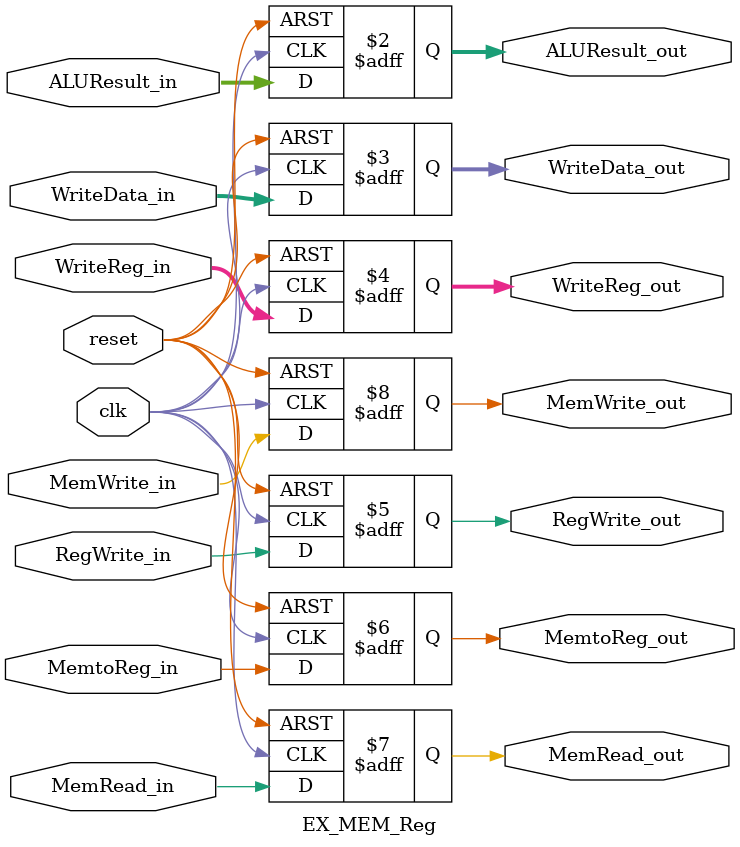
<source format=v>
module EX_MEM_Reg (
    input wire clk,
    input wire reset,
    input wire [31:0] ALUResult_in,
    input wire [31:0] WriteData_in,
    input wire [4:0] WriteReg_in,
    input wire RegWrite_in,
    input wire MemtoReg_in,
    input wire MemRead_in,
    input wire MemWrite_in,
    output reg [31:0] ALUResult_out,
    output reg [31:0] WriteData_out,
    output reg [4:0] WriteReg_out,
    output reg RegWrite_out,
    output reg MemtoReg_out,
    output reg MemRead_out,
    output reg MemWrite_out
);
    always @(posedge clk or posedge reset) begin
        if (reset) begin
            ALUResult_out <= 0;
            WriteData_out <= 0;
            WriteReg_out <= 0;
            RegWrite_out <= 0;
            MemtoReg_out <= 0;
            MemRead_out <= 0;
            MemWrite_out <= 0;
        end else begin
            ALUResult_out <= ALUResult_in;
            WriteData_out <= WriteData_in;
            WriteReg_out <= WriteReg_in;
            RegWrite_out <= RegWrite_in;
            MemtoReg_out <= MemtoReg_in;
            MemRead_out <= MemRead_in;
            MemWrite_out <= MemWrite_in;
        end
    end
endmodule
</source>
